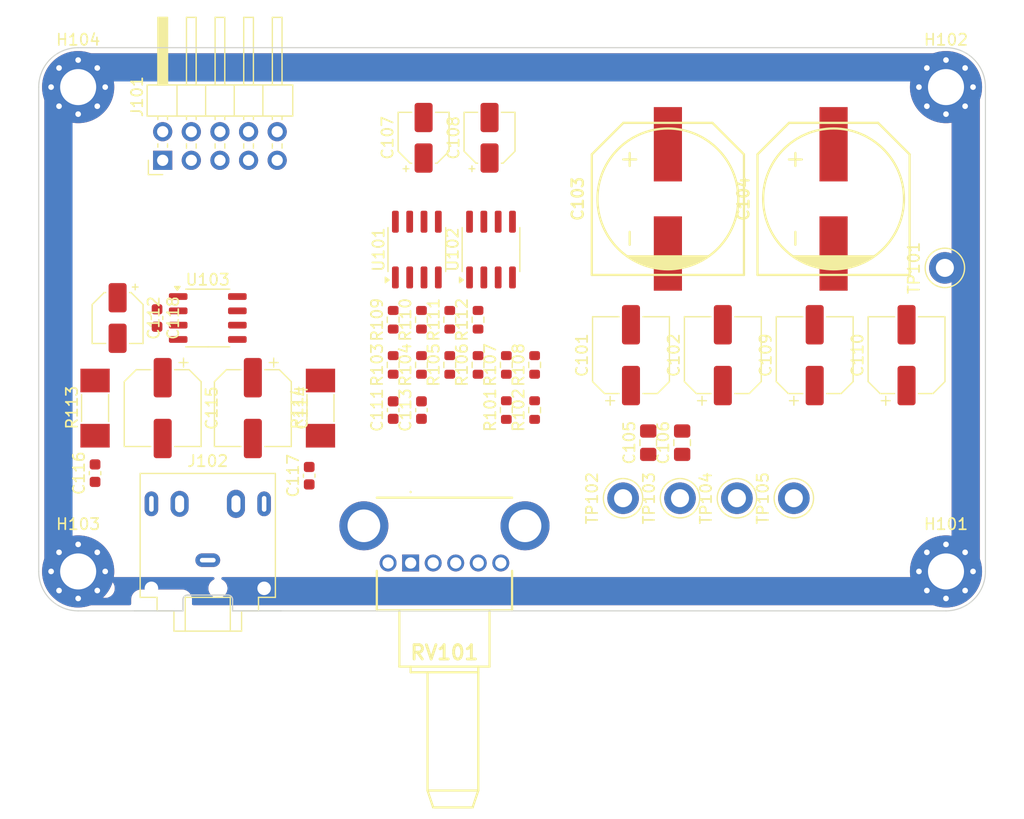
<source format=kicad_pcb>
(kicad_pcb (version 20241229) (generator "pcbnew") (generator_version "9.0")
  (layers (0 "F.Cu" signal) (2 "B.Cu" signal) (13 "F.Paste" user) (15 "B.Paste" user) (5 "F.SilkS" user "F.Silkscreen") (7 "B.SilkS" user "B.Silkscreen") (1 "F.Mask" user) (3 "B.Mask" user) (25 "Edge.Cuts" user))
  (net 0 "")
  (net 1 "/AudioInL")
  (net 2 "/AudioInR")
  (net 3 "/VAA_BIAS_L")
  (net 4 "/VAA_BIAS_R")
  (net 5 "GND")
  (net 6 "VAA")
  (net 7 "SHIELD")
  (net 8 "Net-(U101A-+)")
  (net 9 "Net-(U102A-+)")
  (net 10 "Net-(C105-Pad2)")
  (net 11 "Net-(U101B--)")
  (net 12 "Net-(C106-Pad2)")
  (net 13 "Net-(U102B--)")
  (net 14 "Net-(C107-Pad2)")
  (net 15 "Net-(C108-Pad2)")
  (net 16 "Net-(U103-Input1+)")
  (net 17 "Net-(U103-Input2+)")
  (net 18 "Net-(U103-OUTPUT1)")
  (net 19 "Net-(C114-Pad2)")
  (net 20 "Net-(U103-OUTPUT2)")
  (net 21 "Net-(C115-Pad2)")
  (net 22 "Net-(C116-Pad2)")
  (net 23 "Net-(C117-Pad2)")
  (net 26 "Net-(U101A--)")
  (net 27 "Net-(U102A--)")
  (net 28 "Net-(U103-Input1-)")
  (net 29 "Net-(U103-Input2-)")
  (net 30 "Net-(C101-Pad2)")
  (net 31 "Net-(C102-Pad2)")
  (net 32 "Net-(C103-Pad1)")
  (net 33 "Net-(C104-Pad1)")
  (footprint "Resistor_SMD:R_0603_1608Metric" (layer "F.Cu") (at 112.49 90.175 90)
    (property "Reference" "R101" (at 0 -1.43 90) (layer "F.SilkS"))
    (property "Value" "22k")
    (pad "1" smd roundrect (at -0.825 0 90) (size 0.8 0.95) (layers "F.Cu" "F.Mask" "F.Paste") (net 8 "Net-(U101A-+)"))
    (pad "2" smd roundrect (at 0.825 0 90) (size 0.8 0.95) (layers "F.Cu" "F.Mask" "F.Paste") (net 3 "/VAA_BIAS_L"))
  )
  (footprint "Package_SO:SOP-8_3.9x4.9mm_P1.27mm" (layer "F.Cu") (at 86 82)
    (property "Reference" "U103" (at 0 -3.4 0) (layer "F.SilkS"))
    (property "Value" "TDA2822D")
    (pad "1" smd roundrect (at -2.625 -1.905) (size 1.65 0.6) (layers "F.Cu" "F.Mask" "F.Paste") (net 18 "Net-(U103-OUTPUT1)"))
    (pad "2" smd roundrect (at -2.625 -0.635) (size 1.65 0.6) (layers "F.Cu" "F.Mask" "F.Paste") (net 6 "VAA"))
    (pad "3" smd roundrect (at -2.625 0.635) (size 1.65 0.6) (layers "F.Cu" "F.Mask" "F.Paste") (net 20 "Net-(U103-OUTPUT2)"))
    (pad "4" smd roundrect (at -2.625 1.905) (size 1.65 0.6) (layers "F.Cu" "F.Mask" "F.Paste") (net 5 "GND"))
    (pad "5" smd roundrect (at 2.625 1.905) (size 1.65 0.6) (layers "F.Cu" "F.Mask" "F.Paste") (net 17 "Net-(U103-Input2+)"))
    (pad "6" smd roundrect (at 2.625 0.635) (size 1.65 0.6) (layers "F.Cu" "F.Mask" "F.Paste") (net 29 "Net-(U103-Input2-)"))
    (pad "7" smd roundrect (at 2.625 -0.635) (size 1.65 0.6) (layers "F.Cu" "F.Mask" "F.Paste") (net 28 "Net-(U103-Input1-)"))
    (pad "8" smd roundrect (at 2.625 -1.905) (size 1.65 0.6) (layers "F.Cu" "F.Mask" "F.Paste") (net 16 "Net-(U103-Input1+)"))
  )
  (footprint "TestPoint:TestPoint_Keystone_5005-5009_Compact" (layer "F.Cu") (at 122.85 98 90)
    (property "Reference" "TP102" (at 0 -2.75 90) (layer "F.SilkS"))
    (property "Value" "TestPoint")
    (pad "1" thru_hole circle (at 0 0 90) (size 2.8 2.8) (drill 1.6) (layers "*.Cu" "*.Mask") (net 29 "Net-(U103-Input2-)"))
  )
  (footprint "MountingHole:MountingHole_3.2mm_M3_Pad_Via" (layer "F.Cu") (at 74.5 104.5)
    (property "Reference" "H103" (at 0 -4.2 0) (layer "F.SilkS"))
    (property "Value" "MountingHole_Pad")
    (pad "1" thru_hole circle (at -2.4 0) (size 0.8 0.8) (drill 0.5) (layers "*.Cu" "*.Mask") (net 7 "SHIELD"))
    (pad "1" thru_hole circle (at -1.697056 -1.697056) (size 0.8 0.8) (drill 0.5) (layers "*.Cu" "*.Mask") (net 7 "SHIELD"))
    (pad "1" thru_hole circle (at -1.697056 1.697056) (size 0.8 0.8) (drill 0.5) (layers "*.Cu" "*.Mask") (net 7 "SHIELD"))
    (pad "1" thru_hole circle (at 0 -2.4) (size 0.8 0.8) (drill 0.5) (layers "*.Cu" "*.Mask") (net 7 "SHIELD"))
    (pad "1" thru_hole circle (at 0 0) (size 6.4 6.4) (drill 3.2) (layers "*.Cu" "*.Mask") (net 7 "SHIELD"))
    (pad "1" thru_hole circle (at 0 2.4) (size 0.8 0.8) (drill 0.5) (layers "*.Cu" "*.Mask") (net 7 "SHIELD"))
    (pad "1" thru_hole circle (at 1.697056 -1.697056) (size 0.8 0.8) (drill 0.5) (layers "*.Cu" "*.Mask") (net 7 "SHIELD"))
    (pad "1" thru_hole circle (at 1.697056 1.697056) (size 0.8 0.8) (drill 0.5) (layers "*.Cu" "*.Mask") (net 7 "SHIELD"))
    (pad "1" thru_hole circle (at 2.4 0) (size 0.8 0.8) (drill 0.5) (layers "*.Cu" "*.Mask") (net 7 "SHIELD"))
  )
  (footprint "Resistor_SMD:R_0603_1608Metric" (layer "F.Cu") (at 104.96 86.165 90)
    (property "Reference" "R104" (at 0 -1.43 90) (layer "F.SilkS"))
    (property "Value" "680R")
    (pad "1" smd roundrect (at -0.825 0 90) (size 0.8 0.95) (layers "F.Cu" "F.Mask" "F.Paste") (net 27 "Net-(U102A--)"))
    (pad "2" smd roundrect (at 0.825 0 90) (size 0.8 0.95) (layers "F.Cu" "F.Mask" "F.Paste") (net 13 "Net-(U102B--)"))
  )
  (footprint "Capacitor_SMD:CP_Elec_6.3x7.7" (layer "F.Cu") (at 131.7 85.3 90)
    (property "Reference" "C102" (at 0 -4.35 90) (layer "F.SilkS"))
    (property "Value" "100u")
    (pad "1" smd roundrect (at -2.7 0 90) (size 3.5 1.6) (layers "F.Cu" "F.Mask" "F.Paste") (roundrect_rratio 0.15625) (net 2 "/AudioInR"))
    (pad "2" smd roundrect (at 2.7 0 90) (size 3.5 1.6) (layers "F.Cu" "F.Mask" "F.Paste") (roundrect_rratio 0.15625) (net 31 "Net-(C102-Pad2)"))
  )
  (footprint "Capacitor_SMD:C_0805_2012Metric_Pad1.18x1.45mm_HandSolder" (layer "F.Cu") (at 125.08 93.07 90)
    (property "Reference" "C105" (at 0 -1.68 90) (layer "F.SilkS"))
    (property "Value" "100pF")
    (pad "1" smd roundrect (at -1.0375 0 90) (size 1.175 1.45) (layers "F.Cu" "F.Mask" "F.Paste") (roundrect_rratio 0.212766) (net 11 "Net-(U101B--)"))
    (pad "2" smd roundrect (at 1.0375 0 90) (size 1.175 1.45) (layers "F.Cu" "F.Mask" "F.Paste") (roundrect_rratio 0.212766) (net 10 "Net-(C105-Pad2)"))
  )
  (footprint "Skrooter_footprints:Potentiometer_Bourns_PTV112-1417-AA103" (layer "F.Cu") (at 104 103.75)
    (property "Reference" "RV101" (at 3 7.95 0) (layer "F.SilkS") (effects (font (size 1.27 1.27) (thickness 0.254))))
    (property "Value" "10k" (hide yes))
    (pad "1" thru_hole rect (at 0 0) (size 1.5 1.5) (drill 1) (layers "*.Cu" "*.Mask") (net 10 "Net-(C105-Pad2)"))
    (pad "2" thru_hole circle (at -2 0) (size 1.5 1.5) (drill 1) (layers "*.Cu" "*.Mask") (net 32 "Net-(C103-Pad1)"))
    (pad "3" thru_hole circle (at 8 0) (size 1.5 1.5) (drill 1) (layers "*.Cu" "*.Mask") (net 30 "Net-(C101-Pad2)"))
    (pad "4" thru_hole circle (at 2 0) (size 1.5 1.5) (drill 1) (layers "*.Cu" "*.Mask") (net 12 "Net-(C106-Pad2)"))
    (pad "5" thru_hole circle (at 4 0) (size 1.5 1.5) (drill 1) (layers "*.Cu" "*.Mask") (net 33 "Net-(C104-Pad1)"))
    (pad "6" thru_hole circle (at 6 0) (size 1.5 1.5) (drill 1) (layers "*.Cu" "*.Mask") (net 31 "Net-(C102-Pad2)"))
    (pad "MP" thru_hole circle (at -4.15 -3.3) (size 4.35 4.35) (drill 2.9) (layers "*.Cu" "*.Mask") (net 5 "GND"))
    (pad "MP" thru_hole circle (at 10.15 -3.3) (size 4.35 4.35) (drill 2.9) (layers "*.Cu" "*.Mask") (net 5 "GND"))
  )
  (footprint "Skrooter_footprints:c_elec_SMD_12.5x13.5" (layer "F.Cu") (at 141.525 71.425 90)
    (property "Reference" "C104" (at 0 -8 90) (layer "F.SilkS") (effects (font (thickness 0.2))))
    (property "Value" "22uF")
    (fp_text user "+" (at 3.5 -3.5 90) (layer "F.SilkS") (effects (font (size 1.5 1.5) (thickness 0.2))))
    (fp_text user "-" (at -3.5 -3.5 90) (layer "F.SilkS") (effects (font (size 1.5 1.5) (thickness 0.2))))
    (pad "1" smd rect (at 4.85 0 90) (size 6.6 2.5) (layers "F.Cu" "F.Mask" "F.Paste") (net 33 "Net-(C104-Pad1)"))
    (pad "2" smd rect (at -4.85 0 90) (size 6.6 2.5) (layers "F.Cu" "F.Mask" "F.Paste") (net 9 "Net-(U102A-+)"))
  )
  (footprint "Capacitor_SMD:C_0603_1608Metric" (layer "F.Cu") (at 104.96 90.175 90)
    (property "Reference" "C113" (at 0 -1.43 90) (layer "F.SilkS"))
    (property "Value" "100nF")
    (pad "1" smd roundrect (at -0.775 0 90) (size 0.9 0.95) (layers "F.Cu" "F.Mask" "F.Paste") (net 6 "VAA"))
    (pad "2" smd roundrect (at 0.775 0 90) (size 0.9 0.95) (layers "F.Cu" "F.Mask" "F.Paste") (net 5 "GND"))
  )
  (footprint "Resistor_SMD:R_0603_1608Metric" (layer "F.Cu") (at 109.98 86.165 90)
    (property "Reference" "R106" (at 0 -1.43 90) (layer "F.SilkS"))
    (property "Value" "680R")
    (pad "1" smd roundrect (at -0.825 0 90) (size 0.8 0.95) (layers "F.Cu" "F.Mask" "F.Paste") (net 13 "Net-(U102B--)"))
    (pad "2" smd roundrect (at 0.825 0 90) (size 0.8 0.95) (layers "F.Cu" "F.Mask" "F.Paste") (net 12 "Net-(C106-Pad2)"))
  )
  (footprint "Capacitor_SMD:CP_Elec_6.3x7.7" (layer "F.Cu") (at 82 90 -90)
    (property "Reference" "C115" (at 0 -4.35 90) (layer "F.SilkS"))
    (property "Value" "100u")
    (pad "1" smd roundrect (at -2.7 0 270) (size 3.5 1.6) (layers "F.Cu" "F.Mask" "F.Paste") (roundrect_rratio 0.15625) (net 20 "Net-(U103-OUTPUT2)"))
    (pad "2" smd roundrect (at 2.7 0 270) (size 3.5 1.6) (layers "F.Cu" "F.Mask" "F.Paste") (roundrect_rratio 0.15625) (net 21 "Net-(C115-Pad2)"))
  )
  (footprint "Capacitor_SMD:C_0603_1608Metric" (layer "F.Cu") (at 102.45 90.175 90)
    (property "Reference" "C111" (at 0 -1.43 90) (layer "F.SilkS"))
    (property "Value" "100nF")
    (pad "1" smd roundrect (at -0.775 0 90) (size 0.9 0.95) (layers "F.Cu" "F.Mask" "F.Paste") (net 6 "VAA"))
    (pad "2" smd roundrect (at 0.775 0 90) (size 0.9 0.95) (layers "F.Cu" "F.Mask" "F.Paste") (net 5 "GND"))
  )
  (footprint "Capacitor_SMD:CP_Elec_4x5.8" (layer "F.Cu") (at 78 82 -90)
    (property "Reference" "C112" (at 0 -3.2 90) (layer "F.SilkS"))
    (property "Value" "10uF")
    (pad "1" smd roundrect (at -1.8 0 270) (size 2.6 1.6) (layers "F.Cu" "F.Mask" "F.Paste") (roundrect_rratio 0.15625) (net 6 "VAA"))
    (pad "2" smd roundrect (at 1.8 0 270) (size 2.6 1.6) (layers "F.Cu" "F.Mask" "F.Paste") (roundrect_rratio 0.15625) (net 5 "GND"))
  )
  (footprint "Capacitor_SMD:C_0603_1608Metric" (layer "F.Cu") (at 95 96 90)
    (property "Reference" "C117" (at 0 -1.43 90) (layer "F.SilkS"))
    (property "Value" "100nF")
    (pad "1" smd roundrect (at -0.775 0 90) (size 0.9 0.95) (layers "F.Cu" "F.Mask" "F.Paste") (net 19 "Net-(C114-Pad2)"))
    (pad "2" smd roundrect (at 0.775 0 90) (size 0.9 0.95) (layers "F.Cu" "F.Mask" "F.Paste") (net 23 "Net-(C117-Pad2)"))
  )
  (footprint "Capacitor_SMD:CP_Elec_6.3x7.7" (layer "F.Cu") (at 90 90 -90)
    (property "Reference" "C114" (at 0 -4.35 90) (layer "F.SilkS"))
    (property "Value" "100u")
    (pad "1" smd roundrect (at -2.7 0 270) (size 3.5 1.6) (layers "F.Cu" "F.Mask" "F.Paste") (roundrect_rratio 0.15625) (net 18 "Net-(U103-OUTPUT1)"))
    (pad "2" smd roundrect (at 2.7 0 270) (size 3.5 1.6) (layers "F.Cu" "F.Mask" "F.Paste") (roundrect_rratio 0.15625) (net 19 "Net-(C114-Pad2)"))
  )
  (footprint "TestPoint:TestPoint_Keystone_5005-5009_Compact" (layer "F.Cu") (at 127.9 98 90)
    (property "Reference" "TP103" (at 0 -2.75 90) (layer "F.SilkS"))
    (property "Value" "TestPoint")
    (pad "1" thru_hole circle (at 0 0 90) (size 2.8 2.8) (drill 1.6) (layers "*.Cu" "*.Mask") (net 28 "Net-(U103-Input1-)"))
  )
  (footprint "Resistor_SMD:R_MELF_MMB-0207" (layer "F.Cu") (at 76 90 90)
    (property "Reference" "R113" (at 0.05 -2.05 90) (layer "F.SilkS"))
    (property "Value" "4R7")
    (pad "1" smd rect (at -2.45 0 90) (size 2.1 2.6) (layers "F.Cu" "F.Mask" "F.Paste") (net 22 "Net-(C116-Pad2)"))
    (pad "2" smd rect (at 2.45 0 90) (size 2.1 2.6) (layers "F.Cu" "F.Mask" "F.Paste") (net 5 "GND"))
  )
  (footprint "Resistor_SMD:R_0603_1608Metric" (layer "F.Cu") (at 102.45 86.165 90)
    (property "Reference" "R103" (at 0 -1.43 90) (layer "F.SilkS"))
    (property "Value" "680R")
    (pad "1" smd roundrect (at -0.825 0 90) (size 0.8 0.95) (layers "F.Cu" "F.Mask" "F.Paste") (net 26 "Net-(U101A--)"))
    (pad "2" smd roundrect (at 0.825 0 90) (size 0.8 0.95) (layers "F.Cu" "F.Mask" "F.Paste") (net 11 "Net-(U101B--)"))
  )
  (footprint "Capacitor_SMD:CP_Elec_6.3x7.7" (layer "F.Cu") (at 148 85.3 90)
    (property "Reference" "C110" (at 0 -4.35 90) (layer "F.SilkS"))
    (property "Value" "100u")
    (pad "1" smd roundrect (at -2.7 0 90) (size 3.5 1.6) (layers "F.Cu" "F.Mask" "F.Paste") (roundrect_rratio 0.15625) (net 17 "Net-(U103-Input2+)"))
    (pad "2" smd roundrect (at 2.7 0 90) (size 3.5 1.6) (layers "F.Cu" "F.Mask" "F.Paste") (roundrect_rratio 0.15625) (net 4 "/VAA_BIAS_R"))
  )
  (footprint "Resistor_SMD:R_0603_1608Metric" (layer "F.Cu") (at 102.45 82.155 90)
    (property "Reference" "R109" (at 0 -1.43 90) (layer "F.SilkS"))
    (property "Value" "100R")
    (pad "1" smd roundrect (at -0.825 0 90) (size 0.8 0.95) (layers "F.Cu" "F.Mask" "F.Paste") (net 14 "Net-(C107-Pad2)"))
    (pad "2" smd roundrect (at 0.825 0 90) (size 0.8 0.95) (layers "F.Cu" "F.Mask" "F.Paste") (net 28 "Net-(U103-Input1-)"))
  )
  (footprint "Resistor_SMD:R_0603_1608Metric" (layer "F.Cu") (at 104.96 82.155 90)
    (property "Reference" "R110" (at 0 -1.43 90) (layer "F.SilkS"))
    (property "Value" "100R")
    (pad "1" smd roundrect (at -0.825 0 90) (size 0.8 0.95) (layers "F.Cu" "F.Mask" "F.Paste") (net 15 "Net-(C108-Pad2)"))
    (pad "2" smd roundrect (at 0.825 0 90) (size 0.8 0.95) (layers "F.Cu" "F.Mask" "F.Paste") (net 29 "Net-(U103-Input2-)"))
  )
  (footprint "Resistor_SMD:R_0603_1608Metric" (layer "F.Cu") (at 107.47 82.155 90)
    (property "Reference" "R111" (at 0 -1.43 90) (layer "F.SilkS"))
    (property "Value" "10k")
    (pad "1" smd roundrect (at -0.825 0 90) (size 0.8 0.95) (layers "F.Cu" "F.Mask" "F.Paste") (net 28 "Net-(U103-Input1-)"))
    (pad "2" smd roundrect (at 0.825 0 90) (size 0.8 0.95) (layers "F.Cu" "F.Mask" "F.Paste") (net 3 "/VAA_BIAS_L"))
  )
  (footprint "Resistor_SMD:R_0603_1608Metric" (layer "F.Cu") (at 115 90.175 90)
    (property "Reference" "R102" (at 0 -1.43 90) (layer "F.SilkS"))
    (property "Value" "22k")
    (pad "1" smd roundrect (at -0.825 0 90) (size 0.8 0.95) (layers "F.Cu" "F.Mask" "F.Paste") (net 9 "Net-(U102A-+)"))
    (pad "2" smd roundrect (at 0.825 0 90) (size 0.8 0.95) (layers "F.Cu" "F.Mask" "F.Paste") (net 4 "/VAA_BIAS_R"))
  )
  (footprint "TestPoint:TestPoint_Keystone_5005-5009_Compact" (layer "F.Cu") (at 138 98 90)
    (property "Reference" "TP105" (at 0 -2.75 90) (layer "F.SilkS"))
    (property "Value" "TestPoint")
    (pad "1" thru_hole circle (at 0 0 90) (size 2.8 2.8) (drill 1.6) (layers "*.Cu" "*.Mask") (net 19 "Net-(C114-Pad2)"))
  )
  (footprint "Connector_Audio:Jack_3.5mm_CUI_SJ1-3525N_Horizontal" (layer "F.Cu") (at 86 103.5)
    (property "Reference" "J102" (at 0 -8.8 0) (layer "F.SilkS"))
    (property "Value" "AudioJack3")
    (fp_line (start -2.2 3.5) (end -2.2 4.5) (stroke (width 0.12)) (layer "Edge.Cuts"))
    (fp_line (start -2.2 4.5) (end -6.5 4.5) (stroke (width 0.12)) (layer "Edge.Cuts"))
    (fp_line (start 1.8 3.1) (end -1.8 3.1) (stroke (width 0.12)) (layer "Edge.Cuts"))
    (fp_line (start 2.2 3.5) (end 2.2 4.5) (stroke (width 0.12)) (layer "Edge.Cuts"))
    (fp_line (start 2.2 4.5) (end 6.5 4.5) (stroke (width 0.12)) (layer "Edge.Cuts"))
    (fp_arc (start -2.2 3.5) (mid -2.082842 3.217158) (end -1.8 3.1) (stroke (width 0.12)) (layer "Edge.Cuts"))
    (fp_arc (start 1.8 3.1) (mid 2.082843 3.217157) (end 2.2 3.5) (stroke (width 0.12)) (layer "Edge.Cuts"))
    (pad "" np_thru_hole circle (at -5 0) (size 1.2 1.2) (drill 1.2) (layers "*.Cu" "*.Mask"))
    (pad "" np_thru_hole circle (at -5 2.5) (size 1.2 1.2) (drill 1.2) (layers "*.Cu" "*.Mask"))
    (pad "" np_thru_hole circle (at 0 -5) (size 1.2 1.2) (drill 1.2) (layers "*.Cu" "*.Mask"))
    (pad "" np_thru_hole circle (at 5 0) (size 1.2 1.2) (drill 1.2) (layers "*.Cu" "*.Mask"))
    (pad "" np_thru_hole circle (at 5 2.5) (size 1.2 1.2) (drill 1.2) (layers "*.Cu" "*.Mask"))
    (pad "R" thru_hole oval (at -5 -5) (size 1.2 2.2) (drill oval 0.4 1.4) (layers "*.Cu" "*.Mask") (net 21 "Net-(C115-Pad2)"))
    (pad "RN" thru_hole oval (at -2.5 -5) (size 1.6 2.3) (drill oval 0.8 1.5) (layers "*.Cu" "*.Mask"))
    (pad "S" thru_hole oval (at 0 0) (size 2.2 1.2) (drill oval 1.4 0.4) (layers "*.Cu" "*.Mask") (net 5 "GND"))
    (pad "T" thru_hole oval (at 5 -5 180) (size 1.2 2.2) (drill oval 0.4 1.4) (layers "*.Cu" "*.Mask") (net 19 "Net-(C114-Pad2)"))
    (pad "TN" thru_hole oval (at 2.5 -5 180) (size 1.6 2.5) (drill oval 0.8 1.5) (layers "*.Cu" "*.Mask"))
  )
  (footprint "Capacitor_SMD:CP_Elec_4x5.8" (layer "F.Cu") (at 105.15 66 90)
    (property "Reference" "C107" (at 0 -3.2 90) (layer "F.SilkS"))
    (property "Value" "220uF")
    (pad "1" smd roundrect (at -1.8 0 90) (size 2.6 1.6) (layers "F.Cu" "F.Mask" "F.Paste") (roundrect_rratio 0.15625) (net 10 "Net-(C105-Pad2)"))
    (pad "2" smd roundrect (at 1.8 0 90) (size 2.6 1.6) (layers "F.Cu" "F.Mask" "F.Paste") (roundrect_rratio 0.15625) (net 14 "Net-(C107-Pad2)"))
  )
  (footprint "Resistor_SMD:R_0603_1608Metric" (layer "F.Cu") (at 112.49 86.165 90)
    (property "Reference" "R107" (at 0 -1.43 90) (layer "F.SilkS"))
    (property "Value" "22k")
    (pad "1" smd roundrect (at -0.825 0 90) (size 0.8 0.95) (layers "F.Cu" "F.Mask" "F.Paste") (net 14 "Net-(C107-Pad2)"))
    (pad "2" smd roundrect (at 0.825 0 90) (size 0.8 0.95) (layers "F.Cu" "F.Mask" "F.Paste") (net 3 "/VAA_BIAS_L"))
  )
  (footprint "Resistor_SMD:R_0603_1608Metric" (layer "F.Cu") (at 107.47 86.165 90)
    (property "Reference" "R105" (at 0 -1.43 90) (layer "F.SilkS"))
    (property "Value" "680R")
    (pad "1" smd roundrect (at -0.825 0 90) (size 0.8 0.95) (layers "F.Cu" "F.Mask" "F.Paste") (net 11 "Net-(U101B--)"))
    (pad "2" smd roundrect (at 0.825 0 90) (size 0.8 0.95) (layers "F.Cu" "F.Mask" "F.Paste") (net 10 "Net-(C105-Pad2)"))
  )
  (footprint "MountingHole:MountingHole_3.2mm_M3_Pad_Via" (layer "F.Cu") (at 151.5 61.5)
    (property "Reference" "H102" (at 0 -4.2 0) (layer "F.SilkS"))
    (property "Value" "MountingHole_Pad")
    (pad "1" thru_hole circle (at -2.4 0) (size 0.8 0.8) (drill 0.5) (layers "*.Cu" "*.Mask") (net 7 "SHIELD"))
    (pad "1" thru_hole circle (at -1.697056 -1.697056) (size 0.8 0.8) (drill 0.5) (layers "*.Cu" "*.Mask") (net 7 "SHIELD"))
    (pad "1" thru_hole circle (at -1.697056 1.697056) (size 0.8 0.8) (drill 0.5) (layers "*.Cu" "*.Mask") (net 7 "SHIELD"))
    (pad "1" thru_hole circle (at 0 -2.4) (size 0.8 0.8) (drill 0.5) (layers "*.Cu" "*.Mask") (net 7 "SHIELD"))
    (pad "1" thru_hole circle (at 0 0) (size 6.4 6.4) (drill 3.2) (layers "*.Cu" "*.Mask") (net 7 "SHIELD"))
    (pad "1" thru_hole circle (at 0 2.4) (size 0.8 0.8) (drill 0.5) (layers "*.Cu" "*.Mask") (net 7 "SHIELD"))
    (pad "1" thru_hole circle (at 1.697056 -1.697056) (size 0.8 0.8) (drill 0.5) (layers "*.Cu" "*.Mask") (net 7 "SHIELD"))
    (pad "1" thru_hole circle (at 1.697056 1.697056) (size 0.8 0.8) (drill 0.5) (layers "*.Cu" "*.Mask") (net 7 "SHIELD"))
    (pad "1" thru_hole circle (at 2.4 0) (size 0.8 0.8) (drill 0.5) (layers "*.Cu" "*.Mask") (net 7 "SHIELD"))
  )
  (footprint "Resistor_SMD:R_0603_1608Metric" (layer "F.Cu") (at 115 86.165 90)
    (property "Reference" "R108" (at 0 -1.43 90) (layer "F.SilkS"))
    (property "Value" "22k")
    (pad "1" smd roundrect (at -0.825 0 90) (size 0.8 0.95) (layers "F.Cu" "F.Mask" "F.Paste") (net 15 "Net-(C108-Pad2)"))
    (pad "2" smd roundrect (at 0.825 0 90) (size 0.8 0.95) (layers "F.Cu" "F.Mask" "F.Paste") (net 4 "/VAA_BIAS_R"))
  )
  (footprint "MountingHole:MountingHole_3.2mm_M3_Pad_Via" (layer "F.Cu") (at 151.5 104.5)
    (property "Reference" "H101" (at 0 -4.2 0) (layer "F.SilkS"))
    (property "Value" "MountingHole_Pad")
    (pad "1" thru_hole circle (at -2.4 0) (size 0.8 0.8) (drill 0.5) (layers "*.Cu" "*.Mask") (net 7 "SHIELD"))
    (pad "1" thru_hole circle (at -1.697056 -1.697056) (size 0.8 0.8) (drill 0.5) (layers "*.Cu" "*.Mask") (net 7 "SHIELD"))
    (pad "1" thru_hole circle (at -1.697056 1.697056) (size 0.8 0.8) (drill 0.5) (layers "*.Cu" "*.Mask") (net 7 "SHIELD"))
    (pad "1" thru_hole circle (at 0 -2.4) (size 0.8 0.8) (drill 0.5) (layers "*.Cu" "*.Mask") (net 7 "SHIELD"))
    (pad "1" thru_hole circle (at 0 0) (size 6.4 6.4) (drill 3.2) (layers "*.Cu" "*.Mask") (net 7 "SHIELD"))
    (pad "1" thru_hole circle (at 0 2.4) (size 0.8 0.8) (drill 0.5) (layers "*.Cu" "*.Mask") (net 7 "SHIELD"))
    (pad "1" thru_hole circle (at 1.697056 -1.697056) (size 0.8 0.8) (drill 0.5) (layers "*.Cu" "*.Mask") (net 7 "SHIELD"))
    (pad "1" thru_hole circle (at 1.697056 1.697056) (size 0.8 0.8) (drill 0.5) (layers "*.Cu" "*.Mask") (net 7 "SHIELD"))
    (pad "1" thru_hole circle (at 2.4 0) (size 0.8 0.8) (drill 0.5) (layers "*.Cu" "*.Mask") (net 7 "SHIELD"))
  )
  (footprint "Package_SO:SOIC-8_3.9x4.9mm_P1.27mm" (layer "F.Cu") (at 104.55 75.925 90)
    (property "Reference" "U101" (at 0 -3.4 90) (layer "F.SilkS"))
    (property "Value" "NE5532")
    (pad "1" smd roundrect (at -2.475 -1.905 90) (size 1.95 0.6) (layers "F.Cu" "F.Mask" "F.Paste") (net 26 "Net-(U101A--)"))
    (pad "2" smd roundrect (at -2.475 -0.635 90) (size 1.95 0.6) (layers "F.Cu" "F.Mask" "F.Paste") (net 26 "Net-(U101A--)"))
    (pad "3" smd roundrect (at -2.475 0.635 90) (size 1.95 0.6) (layers "F.Cu" "F.Mask" "F.Paste") (net 8 "Net-(U101A-+)"))
    (pad "4" smd roundrect (at -2.475 1.905 90) (size 1.95 0.6) (layers "F.Cu" "F.Mask" "F.Paste") (net 5 "GND"))
    (pad "5" smd roundrect (at 2.475 1.905 90) (size 1.95 0.6) (layers "F.Cu" "F.Mask" "F.Paste") (net 3 "/VAA_BIAS_L"))
    (pad "6" smd roundrect (at 2.475 0.635 90) (size 1.95 0.6) (layers "F.Cu" "F.Mask" "F.Paste") (net 11 "Net-(U101B--)"))
    (pad "7" smd roundrect (at 2.475 -0.635 90) (size 1.95 0.6) (layers "F.Cu" "F.Mask" "F.Paste") (net 10 "Net-(C105-Pad2)"))
    (pad "8" smd roundrect (at 2.475 -1.905 90) (size 1.95 0.6) (layers "F.Cu" "F.Mask" "F.Paste") (net 6 "VAA"))
  )
  (footprint "Package_SO:SOIC-8_3.9x4.9mm_P1.27mm" (layer "F.Cu") (at 111.13 75.925 90)
    (property "Reference" "U102" (at 0 -3.4 90) (layer "F.SilkS"))
    (property "Value" "NE5532")
    (pad "1" smd roundrect (at -2.475 -1.905 90) (size 1.95 0.6) (layers "F.Cu" "F.Mask" "F.Paste") (net 27 "Net-(U102A--)"))
    (pad "2" smd roundrect (at -2.475 -0.635 90) (size 1.95 0.6) (layers "F.Cu" "F.Mask" "F.Paste") (net 27 "Net-(U102A--)"))
    (pad "3" smd roundrect (at -2.475 0.635 90) (size 1.95 0.6) (layers "F.Cu" "F.Mask" "F.Paste") (net 9 "Net-(U102A-+)"))
    (pad "4" smd roundrect (at -2.475 1.905 90) (size 1.95 0.6) (layers "F.Cu" "F.Mask" "F.Paste") (net 5 "GND"))
    (pad "5" smd roundrect (at 2.475 1.905 90) (size 1.95 0.6) (layers "F.Cu" "F.Mask" "F.Paste") (net 4 "/VAA_BIAS_R"))
    (pad "6" smd roundrect (at 2.475 0.635 90) (size 1.95 0.6) (layers "F.Cu" "F.Mask" "F.Paste") (net 13 "Net-(U102B--)"))
    (pad "7" smd roundrect (at 2.475 -0.635 90) (size 1.95 0.6) (layers "F.Cu" "F.Mask" "F.Paste") (net 12 "Net-(C106-Pad2)"))
    (pad "8" smd roundrect (at 2.475 -1.905 90) (size 1.95 0.6) (layers "F.Cu" "F.Mask" "F.Paste") (net 6 "VAA"))
  )
  (footprint "Connector_PinHeader_2.54mm:PinHeader_2x05_P2.54mm_Horizontal" (layer "F.Cu") (at 82 68 90)
    (property "Reference" "J101" (at 5.655 -2.27 90) (layer "F.SilkS"))
    (property "Value" "Conn_02x05_Odd_Even")
    (pad "1" thru_hole rect (at 0 0 90) (size 1.7 1.7) (drill 1) (layers "*.Cu" "*.Mask") (net 6 "VAA"))
    (pad "2" thru_hole circle (at 2.54 0 90) (size 1.7 1.7) (drill 1) (layers "*.Cu" "*.Mask") (net 5 "GND"))
    (pad "3" thru_hole circle (at 0 2.54 90) (size 1.7 1.7) (drill 1) (layers "*.Cu" "*.Mask") (net 1 "/AudioInL"))
    (pad "4" thru_hole circle (at 2.54 2.54 90) (size 1.7 1.7) (drill 1) (layers "*.Cu" "*.Mask") (net 5 "GND"))
    (pad "5" thru_hole circle (at 0 5.08 90) (size 1.7 1.7) (drill 1) (layers "*.Cu" "*.Mask") (net 2 "/AudioInR"))
    (pad "6" thru_hole circle (at 2.54 5.08 90) (size 1.7 1.7) (drill 1) (layers "*.Cu" "*.Mask") (net 5 "GND"))
    (pad "7" thru_hole circle (at 0 7.62 90) (size 1.7 1.7) (drill 1) (layers "*.Cu" "*.Mask") (net 3 "/VAA_BIAS_L"))
    (pad "8" thru_hole circle (at 2.54 7.62 90) (size 1.7 1.7) (drill 1) (layers "*.Cu" "*.Mask") (net 5 "GND"))
    (pad "9" thru_hole circle (at 0 10.16 90) (size 1.7 1.7) (drill 1) (layers "*.Cu" "*.Mask") (net 4 "/VAA_BIAS_R"))
    (pad "10" thru_hole circle (at 2.54 10.16 90) (size 1.7 1.7) (drill 1) (layers "*.Cu" "*.Mask") (net 5 "GND"))
  )
  (footprint "Capacitor_SMD:CP_Elec_6.3x7.7" (layer "F.Cu") (at 139.85 85.3 90)
    (property "Reference" "C109" (at 0 -4.35 90) (layer "F.SilkS"))
    (property "Value" "100u")
    (pad "1" smd roundrect (at -2.7 0 90) (size 3.5 1.6) (layers "F.Cu" "F.Mask" "F.Paste") (roundrect_rratio 0.15625) (net 16 "Net-(U103-Input1+)"))
    (pad "2" smd roundrect (at 2.7 0 90) (size 3.5 1.6) (layers "F.Cu" "F.Mask" "F.Paste") (roundrect_rratio 0.15625) (net 3 "/VAA_BIAS_L"))
  )
  (footprint "MountingHole:MountingHole_3.2mm_M3_Pad_Via" (layer "F.Cu") (at 74.5 61.5)
    (property "Reference" "H104" (at 0 -4.2 0) (layer "F.SilkS"))
    (property "Value" "MountingHole_Pad")
    (pad "1" thru_hole circle (at -2.4 0) (size 0.8 0.8) (drill 0.5) (layers "*.Cu" "*.Mask") (net 7 "SHIELD"))
    (pad "1" thru_hole circle (at -1.697056 -1.697056) (size 0.8 0.8) (drill 0.5) (layers "*.Cu" "*.Mask") (net 7 "SHIELD"))
    (pad "1" thru_hole circle (at -1.697056 1.697056) (size 0.8 0.8) (drill 0.5) (layers "*.Cu" "*.Mask") (net 7 "SHIELD"))
    (pad "1" thru_hole circle (at 0 -2.4) (size 0.8 0.8) (drill 0.5) (layers "*.Cu" "*.Mask") (net 7 "SHIELD"))
    (pad "1" thru_hole circle (at 0 0) (size 6.4 6.4) (drill 3.2) (layers "*.Cu" "*.Mask") (net 7 "SHIELD"))
    (pad "1" thru_hole circle (at 0 2.4) (size 0.8 0.8) (drill 0.5) (layers "*.Cu" "*.Mask") (net 7 "SHIELD"))
    (pad "1" thru_hole circle (at 1.697056 -1.697056) (size 0.8 0.8) (drill 0.5) (layers "*.Cu" "*.Mask") (net 7 "SHIELD"))
    (pad "1" thru_hole circle (at 1.697056 1.697056) (size 0.8 0.8) (drill 0.5) (layers "*.Cu" "*.Mask") (net 7 "SHIELD"))
    (pad "1" thru_hole circle (at 2.4 0) (size 0.8 0.8) (drill 0.5) (layers "*.Cu" "*.Mask") (net 7 "SHIELD"))
  )
  (footprint "Capacitor_SMD:CP_Elec_6.3x7.7" (layer "F.Cu") (at 123.55 85.3 90)
    (property "Reference" "C101" (at 0 -4.35 90) (layer "F.SilkS"))
    (property "Value" "100u")
    (pad "1" smd roundrect (at -2.7 0 90) (size 3.5 1.6) (layers "F.Cu" "F.Mask" "F.Paste") (roundrect_rratio 0.15625) (net 1 "/AudioInL"))
    (pad "2" smd roundrect (at 2.7 0 90) (size 3.5 1.6) (layers "F.Cu" "F.Mask" "F.Paste") (roundrect_rratio 0.15625) (net 30 "Net-(C101-Pad2)"))
  )
  (footprint "Capacitor_SMD:C_0603_1608Metric" (layer "F.Cu") (at 81.5 82 -90)
    (property "Reference" "C118" (at 0 -1.43 90) (layer "F.SilkS"))
    (property "Value" "100nF")
    (pad "1" smd roundrect (at -0.775 0 270) (size 0.9 0.95) (layers "F.Cu" "F.Mask" "F.Paste") (net 6 "VAA"))
    (pad "2" smd roundrect (at 0.775 0 270) (size 0.9 0.95) (layers "F.Cu" "F.Mask" "F.Paste") (net 5 "GND"))
  )
  (footprint "Capacitor_SMD:C_0805_2012Metric_Pad1.18x1.45mm_HandSolder" (layer "F.Cu") (at 128.09 93.07 90)
    (property "Reference" "C106" (at 0 -1.68 90) (layer "F.SilkS"))
    (property "Value" "100pF")
    (pad "1" smd roundrect (at -1.0375 0 90) (size 1.175 1.45) (layers "F.Cu" "F.Mask" "F.Paste") (roundrect_rratio 0.212766) (net 13 "Net-(U102B--)"))
    (pad "2" smd roundrect (at 1.0375 0 90) (size 1.175 1.45) (layers "F.Cu" "F.Mask" "F.Paste") (roundrect_rratio 0.212766) (net 12 "Net-(C106-Pad2)"))
  )
  (footprint "Capacitor_SMD:C_0603_1608Metric" (layer "F.Cu") (at 76 95.775 90)
    (property "Reference" "C116" (at 0 -1.43 90) (layer "F.SilkS"))
    (property "Value" "100nF")
    (pad "1" smd roundrect (at -0.775 0 90) (size 0.9 0.95) (layers "F.Cu" "F.Mask" "F.Paste") (net 21 "Net-(C115-Pad2)"))
    (pad "2" smd roundrect (at 0.775 0 90) (size 0.9 0.95) (layers "F.Cu" "F.Mask" "F.Paste") (net 22 "Net-(C116-Pad2)"))
  )
  (footprint "TestPoint:TestPoint_Keystone_5005-5009_Compact" (layer "F.Cu") (at 151.4 77.55 90)
    (property "Reference" "TP101" (at 0 -2.75 90) (layer "F.SilkS"))
    (property "Value" "TestPoint")
    (pad "1" thru_hole circle (at 0 0 90) (size 2.8 2.8) (drill 1.6) (layers "*.Cu" "*.Mask") (net 5 "GND"))
  )
  (footprint "Skrooter_footprints:c_elec_SMD_12.5x13.5" (layer "F.Cu") (at 126.825 71.425 90)
    (property "Reference" "C103" (at 0 -8 90) (layer "F.SilkS") (effects (font (thickness 0.2))))
    (property "Value" "22uF")
    (fp_text user "-" (at -3.5 -3.5 90) (layer "F.SilkS") (effects (font (size 1.5 1.5) (thickness 0.2))))
    (fp_text user "+" (at 3.5 -3.5 90) (layer "F.SilkS") (effects (font (size 1.5 1.5) (thickness 0.2))))
    (pad "1" smd rect (at 4.85 0 90) (size 6.6 2.5) (layers "F.Cu" "F.Mask" "F.Paste") (net 32 "Net-(C103-Pad1)"))
    (pad "2" smd rect (at -4.85 0 90) (size 6.6 2.5) (layers "F.Cu" "F.Mask" "F.Paste") (net 8 "Net-(U101A-+)"))
  )
  (footprint "Resistor_SMD:R_MELF_MMB-0207" (layer "F.Cu") (at 96 90 90)
    (property "Reference" "R114" (at 0.05 -2.05 90) (layer "F.SilkS"))
    (property "Value" "4R7")
    (pad "1" smd rect (at -2.45 0 90) (size 2.1 2.6) (layers "F.Cu" "F.Mask" "F.Paste") (net 23 "Net-(C117-Pad2)"))
    (pad "2" smd rect (at 2.45 0 90) (size 2.1 2.6) (layers "F.Cu" "F.Mask" "F.Paste") (net 5 "GND"))
  )
  (footprint "Resistor_SMD:R_0603_1608Metric" (layer "F.Cu") (at 109.98 82.155 90)
    (property "Reference" "R112" (at 0 -1.43 90) (layer "F.SilkS"))
    (property "Value" "10k")
    (pad "1" smd roundrect (at -0.825 0 90) (size 0.8 0.95) (layers "F.Cu" "F.Mask" "F.Paste") (net 29 "Net-(U103-Input2-)"))
    (pad "2" smd roundrect (at 0.825 0 90) (size 0.8 0.95) (layers "F.Cu" "F.Mask" "F.Paste") (net 4 "/VAA_BIAS_R"))
  )
  (footprint "TestPoint:TestPoint_Keystone_5005-5009_Compact" (layer "F.Cu") (at 132.95 98 90)
    (property "Reference" "TP104" (at 0 -2.75 90) (layer "F.SilkS"))
    (property "Value" "TestPoint")
    (pad "1" thru_hole circle (at 0 0 90) (size 2.8 2.8) (drill 1.6) (layers "*.Cu" "*.Mask") (net 21 "Net-(C115-Pad2)"))
  )
  (footprint "Capacitor_SMD:CP_Elec_4x5.8" (layer "F.Cu") (at 111 66 90)
    (property "Reference" "C108" (at 0 -3.2 90) (layer "F.SilkS"))
    (property "Value" "220uF")
    (pad "1" smd roundrect (at -1.8 0 90) (size 2.6 1.6) (layers "F.Cu" "F.Mask" "F.Paste") (roundrect_rratio 0.15625) (net 12 "Net-(C106-Pad2)"))
    (pad "2" smd roundrect (at 1.8 0 90) (size 2.6 1.6) (layers "F.Cu" "F.Mask" "F.Paste") (roundrect_rratio 0.15625) (net 15 "Net-(C108-Pad2)"))
  )
  (gr_arc (start 155 104.5) (mid 153.974874 106.974874) (end 151.5 108) (stroke (width 0.1)) (layer "Edge.Cuts"))
  (gr_line (start 155 61.5) (end 155 104.5) (stroke (width 0.1)) (layer "Edge.Cuts"))
  (gr_line (start 79.5 108) (end 74.5 108) (stroke (width 0.1)) (layer "Edge.Cuts"))
  (gr_line (start 151.5 108) (end 92.5 108) (stroke (width 0.1)) (layer "Edge.Cuts"))
  (gr_arc (start 74.5 108) (mid 72.025126 106.974874) (end 71 104.5) (stroke (width 0.1)) (layer "Edge.Cuts"))
  (gr_line (start 71 104.5) (end 71 61.5) (stroke (width 0.1)) (layer "Edge.Cuts"))
  (gr_line (start 74.5 58) (end 151.5 58.000001) (stroke (width 0.1)) (layer "Edge.Cuts"))
  (gr_arc (start 71 61.5) (mid 72.025126 59.025126) (end 74.5 58) (stroke (width 0.1)) (layer "Edge.Cuts"))
  (gr_arc (start 151.5 58) (mid 153.974874 59.025126) (end 155 61.5) (stroke (width 0.1)) (layer "Edge.Cuts"))
  (zone (net 7) (net_name "SHIELD") (layers "F.Cu" "B.Cu") (priority 1) (connect_pads yes (clearance 0.5)) (min_thickness 0.25) (fill yes (thermal_gap 0.5) (thermal_bridge_width 0.5))
    (polygon (pts (xy 71 58) (xy 71 61) (xy 155 61) (xy 155 58)))
  )
  (zone (net 7) (net_name "SHIELD") (layers "F.Cu" "B.Cu") (priority 1) (connect_pads yes (clearance 0.5)) (min_thickness 0.25) (fill yes (thermal_gap 0.5) (thermal_bridge_width 0.5))
    (polygon (pts (xy 71 108) (xy 74 108) (xy 74 58) (xy 71 58)))
  )
  (zone (net 7) (net_name "SHIELD") (layers "F.Cu" "B.Cu") (priority 1) (connect_pads yes (clearance 0.5)) (min_thickness 0.25) (fill yes (thermal_gap 0.5) (thermal_bridge_width 0.5))
    (polygon (pts (xy 152 108) (xy 155 108) (xy 155 58) (xy 152 58)))
  )
  (zone (net 7) (net_name "SHIELD") (layers "F.Cu" "B.Cu") (priority 1) (connect_pads yes (clearance 0.5)) (min_thickness 0.25) (fill yes (thermal_gap 0.5) (thermal_bridge_width 0.5))
    (polygon (pts (xy 71 105) (xy 71 108) (xy 155 108) (xy 155 105)))
  )
)
</source>
